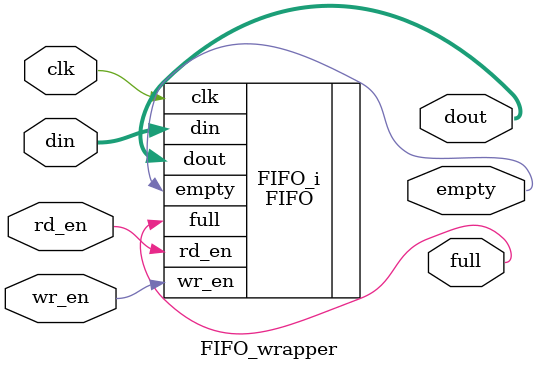
<source format=v>
`timescale 1 ps / 1 ps

module FIFO_wrapper
   (clk,
    din,
    dout,
    empty,
    full,
    rd_en,
    wr_en);
  input clk;
  input [7:0]din;
  output [7:0]dout;
  output empty;
  output full;
  input rd_en;
  input wr_en;

  wire clk;
  wire [7:0]din;
  wire [7:0]dout;
  wire empty;
  wire full;
  wire rd_en;
  wire wr_en;

  FIFO FIFO_i
       (.clk(clk),
        .din(din),
        .dout(dout),
        .empty(empty),
        .full(full),
        .rd_en(rd_en),
        .wr_en(wr_en));
endmodule

</source>
